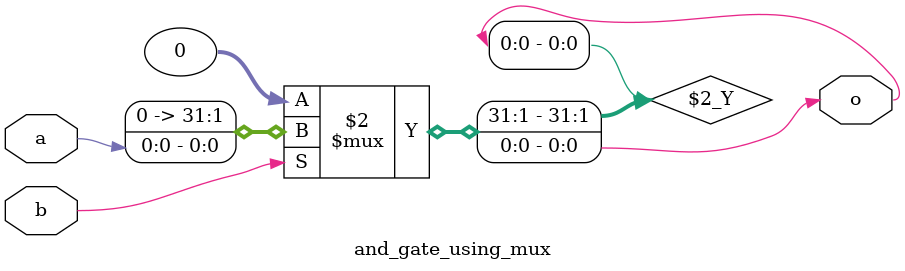
<source format=sv>

module mux
(
  input  d0, d1,
  input  sel,
  output y
);

  assign y = sel ? d1 : d0;

endmodule

//----------------------------------------------------------------------------
// Task
//----------------------------------------------------------------------------

module and_gate_using_mux
(
    input  a,
    input  b,
    output o
);

  // Task:
  // Implement and gate using instance(s) of mux,
  // constants 0 and 1, and wire connections

  assign o = b ? a : 0;
endmodule
</source>
